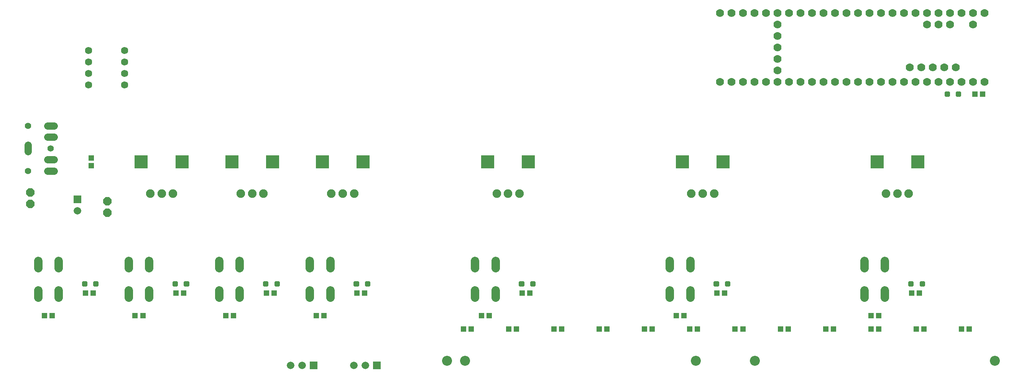
<source format=gbr>
G04 EAGLE Gerber RS-274X export*
G75*
%MOMM*%
%FSLAX34Y34*%
%LPD*%
%INSoldermask Top*%
%IPPOS*%
%AMOC8*
5,1,8,0,0,1.08239X$1,22.5*%
G01*
G04 Define Apertures*
%ADD10C,2.203200*%
%ADD11P,1.95198X8X112.5*%
%ADD12R,1.662800X1.662800*%
%ADD13C,1.662800*%
%ADD14C,1.612800*%
%ADD15C,1.403200*%
%ADD16R,1.203200X1.303200*%
%ADD17R,1.303200X1.203200*%
%ADD18C,1.912800*%
%ADD19R,3.003200X3.003200*%
%ADD20C,1.828800*%
%ADD21C,1.778000*%
%ADD22C,1.592800*%
%ADD23C,0.505344*%
D10*
X2410000Y400000D03*
X1880000Y400000D03*
X1750000Y400000D03*
X1240000Y400000D03*
X1200000Y400000D03*
D11*
X280000Y747300D03*
X280000Y772700D03*
X450000Y727300D03*
X450000Y752700D03*
D12*
X384300Y756900D03*
D13*
X384300Y731500D03*
D14*
X275000Y862952D02*
X275000Y877048D01*
X317952Y820000D02*
X332048Y820000D01*
X332048Y845000D02*
X317952Y845000D01*
X317952Y895000D02*
X332048Y895000D01*
X332048Y920000D02*
X317952Y920000D01*
D15*
X275000Y920000D03*
X325000Y870000D03*
X275000Y820000D03*
D16*
X311500Y500000D03*
X328500Y500000D03*
X1276500Y500000D03*
X1293500Y500000D03*
X1706500Y500000D03*
X1723500Y500000D03*
X2136500Y500000D03*
X2153500Y500000D03*
D13*
X854550Y390000D03*
X879950Y390000D03*
D12*
X905450Y390000D03*
D13*
X994550Y390000D03*
X1019950Y390000D03*
D12*
X1045450Y390000D03*
D16*
X1236500Y470000D03*
X1253500Y470000D03*
X1336500Y470000D03*
X1353500Y470000D03*
X1436500Y470000D03*
X1453500Y470000D03*
X1536500Y470000D03*
X1553500Y470000D03*
X1636500Y470000D03*
X1653500Y470000D03*
X511500Y500000D03*
X528500Y500000D03*
X1736500Y470000D03*
X1753500Y470000D03*
X1836500Y470000D03*
X1853500Y470000D03*
X1936500Y470000D03*
X1953500Y470000D03*
X2036500Y470000D03*
X2053500Y470000D03*
X2136500Y470000D03*
X2153500Y470000D03*
X2236500Y470000D03*
X2253500Y470000D03*
X2336500Y470000D03*
X2353500Y470000D03*
X711500Y500000D03*
X728500Y500000D03*
D17*
X415000Y848500D03*
X415000Y831500D03*
D18*
X545000Y770000D03*
X570000Y770000D03*
X595000Y770000D03*
D19*
X615000Y840000D03*
X525000Y840000D03*
D16*
X911500Y500000D03*
X928500Y500000D03*
D18*
X745000Y770000D03*
X770000Y770000D03*
X795000Y770000D03*
D19*
X815000Y840000D03*
X725000Y840000D03*
D18*
X945000Y770000D03*
X970000Y770000D03*
X995000Y770000D03*
D19*
X1015000Y840000D03*
X925000Y840000D03*
D18*
X1310000Y770000D03*
X1335000Y770000D03*
X1360000Y770000D03*
D19*
X1380000Y840000D03*
X1290000Y840000D03*
D18*
X1740000Y770000D03*
X1765000Y770000D03*
X1790000Y770000D03*
D19*
X1810000Y840000D03*
X1720000Y840000D03*
D18*
X2170000Y770000D03*
X2195000Y770000D03*
X2220000Y770000D03*
D19*
X2240000Y840000D03*
X2150000Y840000D03*
D20*
X297394Y555616D02*
X297394Y539360D01*
X342606Y539360D02*
X342606Y555616D01*
X297394Y604384D02*
X297394Y620640D01*
X342606Y620640D02*
X342606Y604384D01*
X497394Y555616D02*
X497394Y539360D01*
X542606Y539360D02*
X542606Y555616D01*
X497394Y604384D02*
X497394Y620640D01*
X542606Y620640D02*
X542606Y604384D01*
X697394Y555616D02*
X697394Y539360D01*
X742606Y539360D02*
X742606Y555616D01*
X697394Y604384D02*
X697394Y620640D01*
X742606Y620640D02*
X742606Y604384D01*
X897394Y555616D02*
X897394Y539360D01*
X942606Y539360D02*
X942606Y555616D01*
X897394Y604384D02*
X897394Y620640D01*
X942606Y620640D02*
X942606Y604384D01*
X1262394Y555616D02*
X1262394Y539360D01*
X1307606Y539360D02*
X1307606Y555616D01*
X1262394Y604384D02*
X1262394Y620640D01*
X1307606Y620640D02*
X1307606Y604384D01*
X1692394Y555616D02*
X1692394Y539360D01*
X1737606Y539360D02*
X1737606Y555616D01*
X1692394Y604384D02*
X1692394Y620640D01*
X1737606Y620640D02*
X1737606Y604384D01*
X2122394Y555616D02*
X2122394Y539360D01*
X2167606Y539360D02*
X2167606Y555616D01*
X2122394Y604384D02*
X2122394Y620640D01*
X2167606Y620640D02*
X2167606Y604384D01*
D21*
X2336274Y1017222D03*
X2310874Y1017222D03*
X2285474Y1017222D03*
X2260074Y1017222D03*
X2234674Y1017222D03*
X2209274Y1017222D03*
X2183874Y1017222D03*
X2158474Y1017222D03*
X2133074Y1017222D03*
X2107674Y1017222D03*
X2082274Y1017222D03*
X2056874Y1017222D03*
X2056874Y1169622D03*
X2082274Y1169622D03*
X2107674Y1169622D03*
X2133074Y1169622D03*
X2158474Y1169622D03*
X2183874Y1169622D03*
X2209274Y1169622D03*
X2234674Y1169622D03*
X2260074Y1169622D03*
X2285474Y1169622D03*
X2310874Y1169622D03*
X2361674Y1017222D03*
X2336274Y1169622D03*
X2361674Y1169622D03*
X2387074Y1017222D03*
X2387074Y1169622D03*
X2031474Y1017222D03*
X2031474Y1169622D03*
X2006074Y1017222D03*
X1980674Y1017222D03*
X1955274Y1017222D03*
X1929874Y1017222D03*
X1904474Y1017222D03*
X1879074Y1017222D03*
X1853674Y1017222D03*
X1828274Y1017222D03*
X1802874Y1017222D03*
X1802874Y1169622D03*
X1828274Y1169622D03*
X1853674Y1169622D03*
X1879074Y1169622D03*
X1904474Y1169622D03*
X1929874Y1169622D03*
X1955274Y1169622D03*
X1980674Y1169622D03*
X2006074Y1169622D03*
X1929874Y1042622D03*
X1929874Y1093422D03*
X1929874Y1118822D03*
X1929874Y1068022D03*
X1929874Y1144222D03*
X2361674Y1144222D03*
X2310874Y1144222D03*
X2285474Y1144222D03*
X2260074Y1144222D03*
X2323574Y1048972D03*
X2298174Y1048972D03*
X2272774Y1048972D03*
X2247374Y1048972D03*
X2221974Y1048972D03*
D22*
X488000Y1010300D03*
X488000Y1035700D03*
X488000Y1061100D03*
X488000Y1086500D03*
X408600Y1086500D03*
X408600Y1061100D03*
X408600Y1035700D03*
X408600Y1010300D03*
D23*
X621510Y573490D02*
X621510Y566510D01*
X621510Y573490D02*
X628490Y573490D01*
X628490Y566510D01*
X621510Y566510D01*
X621510Y571310D02*
X628490Y571310D01*
X596510Y573490D02*
X596510Y566510D01*
X596510Y573490D02*
X603490Y573490D01*
X603490Y566510D01*
X596510Y566510D01*
X596510Y571310D02*
X603490Y571310D01*
D16*
X601500Y550000D03*
X618500Y550000D03*
D23*
X421510Y566510D02*
X421510Y573490D01*
X428490Y573490D01*
X428490Y566510D01*
X421510Y566510D01*
X421510Y571310D02*
X428490Y571310D01*
X396510Y573490D02*
X396510Y566510D01*
X396510Y573490D02*
X403490Y573490D01*
X403490Y566510D01*
X396510Y566510D01*
X396510Y571310D02*
X403490Y571310D01*
D16*
X401500Y550000D03*
X418500Y550000D03*
D23*
X821510Y566510D02*
X821510Y573490D01*
X828490Y573490D01*
X828490Y566510D01*
X821510Y566510D01*
X821510Y571310D02*
X828490Y571310D01*
X796510Y573490D02*
X796510Y566510D01*
X796510Y573490D02*
X803490Y573490D01*
X803490Y566510D01*
X796510Y566510D01*
X796510Y571310D02*
X803490Y571310D01*
D16*
X801500Y550000D03*
X818500Y550000D03*
D23*
X1021510Y566510D02*
X1021510Y573490D01*
X1028490Y573490D01*
X1028490Y566510D01*
X1021510Y566510D01*
X1021510Y571310D02*
X1028490Y571310D01*
X996510Y573490D02*
X996510Y566510D01*
X996510Y573490D02*
X1003490Y573490D01*
X1003490Y566510D01*
X996510Y566510D01*
X996510Y571310D02*
X1003490Y571310D01*
D16*
X1001500Y550000D03*
X1018500Y550000D03*
D23*
X1386510Y566510D02*
X1386510Y573490D01*
X1393490Y573490D01*
X1393490Y566510D01*
X1386510Y566510D01*
X1386510Y571310D02*
X1393490Y571310D01*
X1361510Y573490D02*
X1361510Y566510D01*
X1361510Y573490D02*
X1368490Y573490D01*
X1368490Y566510D01*
X1361510Y566510D01*
X1361510Y571310D02*
X1368490Y571310D01*
D16*
X1366500Y550000D03*
X1383500Y550000D03*
D23*
X1816510Y566510D02*
X1816510Y573490D01*
X1823490Y573490D01*
X1823490Y566510D01*
X1816510Y566510D01*
X1816510Y571310D02*
X1823490Y571310D01*
X1791510Y573490D02*
X1791510Y566510D01*
X1791510Y573490D02*
X1798490Y573490D01*
X1798490Y566510D01*
X1791510Y566510D01*
X1791510Y571310D02*
X1798490Y571310D01*
D16*
X1796500Y550000D03*
X1813500Y550000D03*
D23*
X2246510Y566510D02*
X2246510Y573490D01*
X2253490Y573490D01*
X2253490Y566510D01*
X2246510Y566510D01*
X2246510Y571310D02*
X2253490Y571310D01*
X2221510Y573490D02*
X2221510Y566510D01*
X2221510Y573490D02*
X2228490Y573490D01*
X2228490Y566510D01*
X2221510Y566510D01*
X2221510Y571310D02*
X2228490Y571310D01*
D16*
X2226500Y550000D03*
X2243500Y550000D03*
D23*
X2326510Y986510D02*
X2326510Y993490D01*
X2333490Y993490D01*
X2333490Y986510D01*
X2326510Y986510D01*
X2326510Y991310D02*
X2333490Y991310D01*
X2301510Y993490D02*
X2301510Y986510D01*
X2301510Y993490D02*
X2308490Y993490D01*
X2308490Y986510D01*
X2301510Y986510D01*
X2301510Y991310D02*
X2308490Y991310D01*
D16*
X2366500Y990000D03*
X2383500Y990000D03*
M02*

</source>
